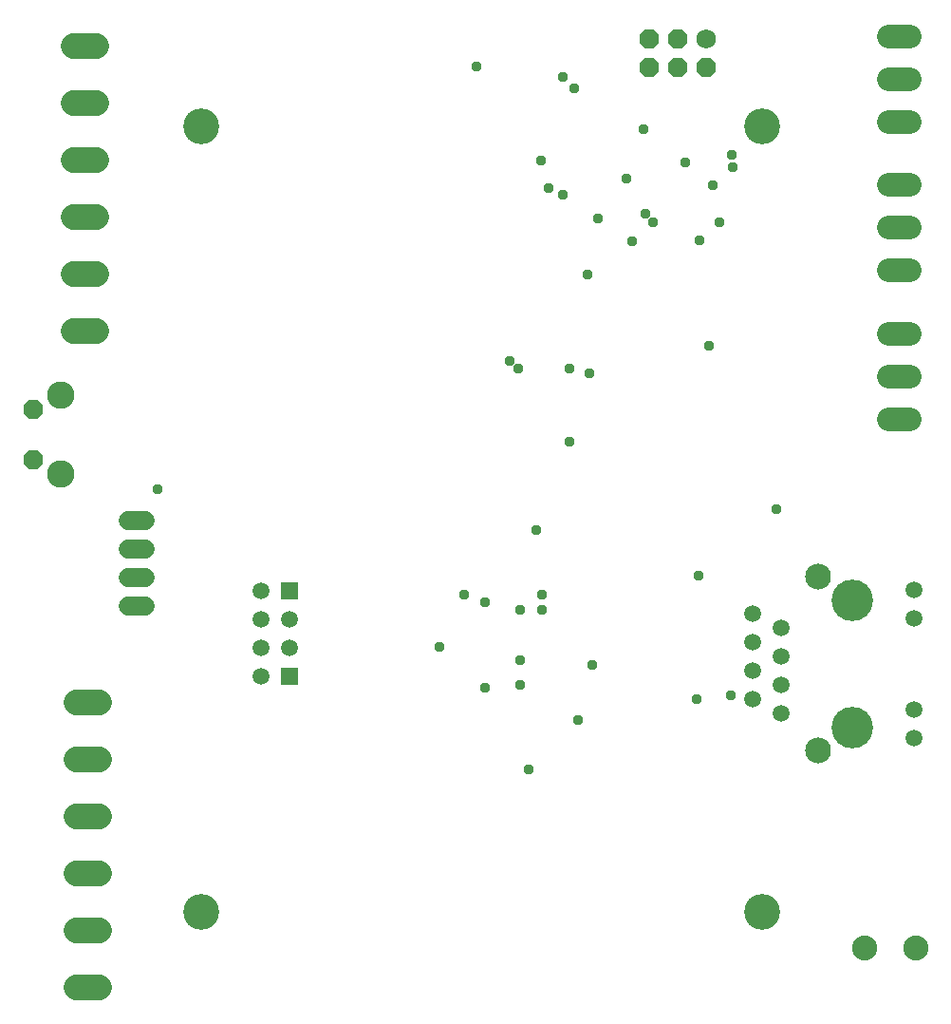
<source format=gbr>
G04 EAGLE Gerber RS-274X export*
G75*
%MOMM*%
%FSLAX34Y34*%
%LPD*%
%AMOC8*
5,1,8,0,0,1.08239X$1,22.5*%
G01*
%ADD10C,3.203200*%
%ADD11C,2.235200*%
%ADD12R,1.511200X1.511200*%
%ADD13C,1.511200*%
%ADD14C,2.298700*%
%ADD15C,2.303200*%
%ADD16C,3.703200*%
%ADD17C,1.727200*%
%ADD18C,1.727200*%
%ADD19P,1.869504X8X202.500000*%
%ADD20P,1.869504X8X292.500000*%
%ADD21C,2.451100*%
%ADD22C,2.108200*%
%ADD23C,0.959600*%


D10*
X172500Y832500D03*
X672500Y832500D03*
X172500Y132500D03*
X672500Y132500D03*
D11*
X810000Y100000D03*
X764280Y100000D03*
D12*
X251125Y418250D03*
X251125Y342050D03*
D13*
X251125Y392850D03*
X251125Y367450D03*
X225725Y367450D03*
X225725Y392850D03*
X225725Y418250D03*
X225725Y342050D03*
D14*
X78778Y904500D02*
X57823Y904500D01*
X57823Y853700D02*
X78778Y853700D01*
X78778Y650500D02*
X57823Y650500D01*
X57823Y802900D02*
X78778Y802900D01*
X78778Y752100D02*
X57823Y752100D01*
X57823Y701300D02*
X78778Y701300D01*
X81278Y319500D02*
X60323Y319500D01*
X60323Y268700D02*
X81278Y268700D01*
X81278Y65500D02*
X60323Y65500D01*
X60323Y217900D02*
X81278Y217900D01*
X81278Y167100D02*
X60323Y167100D01*
X60323Y116300D02*
X81278Y116300D01*
D15*
X722700Y275750D03*
X722700Y430650D03*
D13*
X808400Y419450D03*
X808400Y394050D03*
X808400Y312350D03*
X808400Y286950D03*
X664300Y397600D03*
X664300Y372200D03*
X664300Y346800D03*
X664300Y321400D03*
X689700Y385000D03*
X689700Y359600D03*
X689700Y334200D03*
X689700Y308800D03*
D16*
X753000Y296200D03*
X753000Y410200D03*
D17*
X122620Y404400D02*
X107380Y404400D01*
X107380Y429800D02*
X122620Y429800D01*
X122620Y455200D02*
X107380Y455200D01*
X107380Y480600D02*
X122620Y480600D01*
D18*
X622900Y910200D03*
D19*
X597500Y910200D03*
X572100Y910200D03*
X622900Y884800D03*
X597500Y884800D03*
X572100Y884800D03*
D20*
X22554Y580106D03*
X22554Y534894D03*
D21*
X47446Y592552D03*
X47446Y522448D03*
D22*
X785475Y836900D02*
X804525Y836900D01*
X804525Y875000D02*
X785475Y875000D01*
X785475Y913100D02*
X804525Y913100D01*
X804525Y704400D02*
X785475Y704400D01*
X785475Y742500D02*
X804525Y742500D01*
X804525Y780600D02*
X785475Y780600D01*
X785475Y571900D02*
X804525Y571900D01*
X804525Y610000D02*
X785475Y610000D01*
X785475Y648100D02*
X804525Y648100D01*
D23*
X508209Y303089D03*
X521476Y352073D03*
X464328Y259207D03*
X567398Y829667D03*
X475553Y802113D03*
X617403Y730678D03*
X494943Y771498D03*
X501066Y616382D03*
X501066Y551070D03*
X518414Y612300D03*
X625567Y636792D03*
X476574Y415344D03*
X476574Y401057D03*
X552091Y785785D03*
X685776Y490861D03*
X425549Y408200D03*
X604136Y800072D03*
X568419Y754150D03*
X407180Y415344D03*
X575562Y747006D03*
X384729Y368401D03*
X645977Y807216D03*
X418405Y885794D03*
X646997Y795990D03*
X628628Y779662D03*
X517394Y700063D03*
X526578Y750068D03*
X634751Y747006D03*
X457184Y334724D03*
X457184Y356155D03*
X457184Y401057D03*
X471471Y472492D03*
X616382Y431672D03*
X614341Y321458D03*
X425549Y331663D03*
X644956Y325540D03*
X494943Y876610D03*
X505148Y866405D03*
X455143Y616382D03*
X557193Y729658D03*
X482697Y777621D03*
X133686Y509230D03*
X448000Y623526D03*
M02*

</source>
